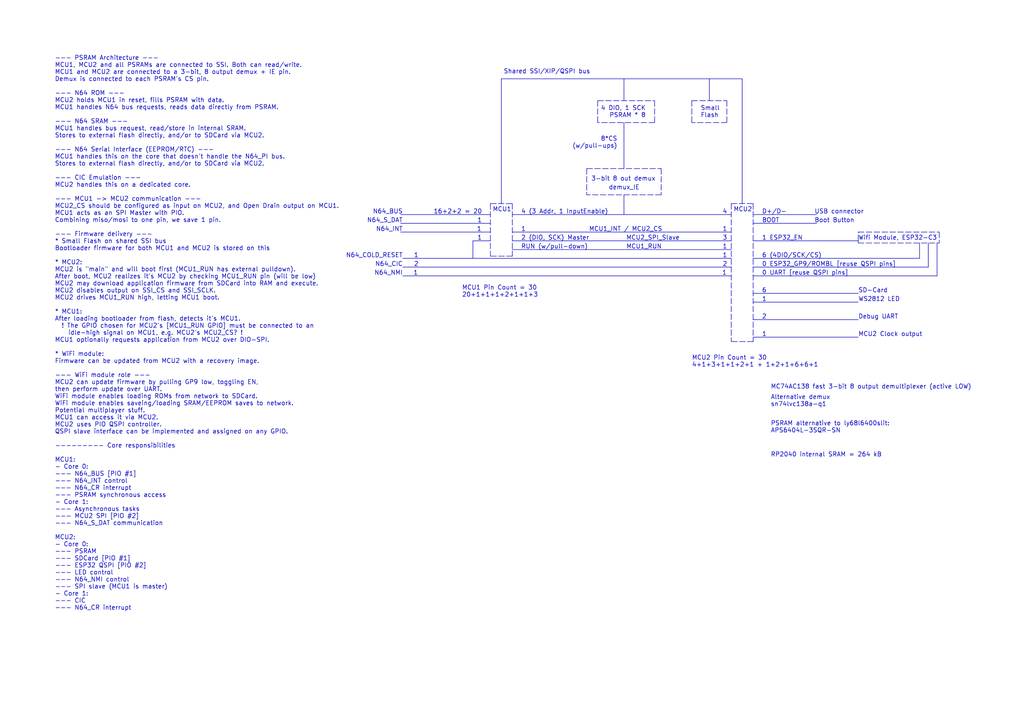
<source format=kicad_sch>
(kicad_sch (version 20211123) (generator eeschema)
  (paper "A4")
  (lib_symbols)
  (polyline (pts (xy 218.44 80.01) (xy 271.78 80.01)) (stroke (width 0) (type solid)))
  (polyline (pts (xy 116.205 62.23) (xy 142.24 62.23)) (stroke (width 0) (type solid)))
  (polyline (pts (xy 218.44 69.85) (xy 248.92 69.85)) (stroke (width 0) (type solid)))
  (polyline (pts (xy 142.24 59.055) (xy 142.24 74.295)))
  (polyline (pts (xy 218.44 74.93) (xy 266.7 74.93)) (stroke (width 0) (type solid)))
  (polyline (pts (xy 248.92 67.31) (xy 272.415 67.31)))
  (polyline (pts (xy 116.84 80.01) (xy 212.09 80.01)) (stroke (width 0) (type solid)))
  (polyline (pts (xy 248.92 70.485) (xy 272.415 70.485)))
  (polyline (pts (xy 218.44 92.71) (xy 248.92 92.71)) (stroke (width 0) (type solid)))
  (polyline (pts (xy 189.865 29.21) (xy 189.865 35.56)))
  (polyline (pts (xy 215.265 59.055) (xy 215.265 22.86)) (stroke (width 0) (type solid)))
  (polyline (pts (xy 148.59 69.85) (xy 212.09 69.85)) (stroke (width 0) (type solid)))
  (polyline (pts (xy 148.59 67.31) (xy 212.09 67.31)) (stroke (width 0) (type solid)))
  (polyline (pts (xy 269.24 77.47) (xy 269.24 70.485)) (stroke (width 0) (type solid)))
  (polyline (pts (xy 137.16 69.85) (xy 142.24 69.85)) (stroke (width 0) (type solid)))
  (polyline (pts (xy 266.7 74.93) (xy 266.7 70.485)) (stroke (width 0) (type solid)))
  (polyline (pts (xy 148.59 74.295) (xy 142.24 74.295)))
  (polyline (pts (xy 200.66 29.21) (xy 210.82 29.21)))
  (polyline (pts (xy 170.18 48.895) (xy 191.77 48.895)))
  (polyline (pts (xy 248.92 69.85) (xy 248.92 70.485)))
  (polyline (pts (xy 142.24 59.055) (xy 148.59 59.055)))
  (polyline (pts (xy 272.415 67.31) (xy 272.415 70.485)))
  (polyline (pts (xy 218.44 62.23) (xy 236.855 62.23)) (stroke (width 0) (type solid)))
  (polyline (pts (xy 200.66 29.21) (xy 200.66 35.56)))
  (polyline (pts (xy 116.205 67.31) (xy 142.24 67.31)) (stroke (width 0) (type solid)))
  (polyline (pts (xy 180.975 48.895) (xy 180.975 35.56)) (stroke (width 0) (type solid)))
  (polyline (pts (xy 212.09 59.055) (xy 218.44 59.055)))
  (polyline (pts (xy 180.975 62.23) (xy 180.975 56.515)) (stroke (width 0) (type solid)))
  (polyline (pts (xy 212.09 59.055) (xy 212.09 99.06)))
  (polyline (pts (xy 218.44 99.06) (xy 212.09 99.06)))
  (polyline (pts (xy 218.44 64.77) (xy 236.855 64.77)) (stroke (width 0) (type solid)))
  (polyline (pts (xy 148.59 59.055) (xy 148.59 74.295)))
  (polyline (pts (xy 218.44 87.63) (xy 248.92 87.63)) (stroke (width 0) (type solid)))
  (polyline (pts (xy 173.355 29.21) (xy 173.355 35.56)))
  (polyline (pts (xy 218.44 77.47) (xy 269.24 77.47)) (stroke (width 0) (type solid)))
  (polyline (pts (xy 218.44 85.09) (xy 248.92 85.09)) (stroke (width 0) (type solid)))
  (polyline (pts (xy 180.975 29.21) (xy 180.975 22.86)) (stroke (width 0) (type solid)))
  (polyline (pts (xy 116.84 74.93) (xy 212.09 74.93)) (stroke (width 0) (type solid)))
  (polyline (pts (xy 205.74 29.21) (xy 205.74 22.86)) (stroke (width 0) (type solid)))
  (polyline (pts (xy 218.44 59.055) (xy 218.44 99.06)))
  (polyline (pts (xy 116.84 77.47) (xy 212.09 77.47)) (stroke (width 0) (type solid)))
  (polyline (pts (xy 170.18 48.895) (xy 170.18 56.515)))
  (polyline (pts (xy 145.415 59.055) (xy 145.415 22.86)) (stroke (width 0) (type solid)))
  (polyline (pts (xy 210.82 35.56) (xy 200.66 35.56)))
  (polyline (pts (xy 191.77 56.515) (xy 170.18 56.515)))
  (polyline (pts (xy 173.355 29.21) (xy 189.865 29.21)))
  (polyline (pts (xy 210.82 29.21) (xy 210.82 35.56)))
  (polyline (pts (xy 218.44 97.79) (xy 248.92 97.79)) (stroke (width 0) (type solid)))
  (polyline (pts (xy 191.77 48.895) (xy 191.77 56.515)))
  (polyline (pts (xy 116.205 64.77) (xy 142.24 64.77)) (stroke (width 0) (type solid)))
  (polyline (pts (xy 248.92 69.85) (xy 248.92 67.31)))
  (polyline (pts (xy 148.59 72.39) (xy 212.09 72.39)) (stroke (width 0) (type solid)))
  (polyline (pts (xy 189.865 35.56) (xy 173.355 35.56)))
  (polyline (pts (xy 271.78 80.01) (xy 271.78 70.485)) (stroke (width 0) (type solid)))
  (polyline (pts (xy 145.415 22.86) (xy 215.265 22.86)) (stroke (width 0) (type solid)))
  (polyline (pts (xy 148.59 62.23) (xy 212.09 62.23)) (stroke (width 0) (type solid)))
  (polyline (pts (xy 137.16 74.93) (xy 137.16 69.85)) (stroke (width 0) (type solid)))
  (text "MCU1_RUN" (at 181.61 72.39 0) (effects (font (size 1.27 1.27)) (justify left bottom)))
  (text "Alternative demux\nsn74lvc138a-q1" (at 223.52 118.11 0) (effects (font (size 1.27 1.27)) (justify left bottom)))
  (text "4 DIO, 1 SCK\nPSRAM * 8" (at 187.325 34.29 180) (effects (font (size 1.27 1.27)) (justify right bottom)))
  (text "16+2+2 = 20" (at 125.73 62.23 0) (effects (font (size 1.27 1.27)) (justify left bottom)))
  (text "1 ESP32_EN" (at 220.98 69.85 0) (effects (font (size 1.27 1.27)) (justify left bottom)))
  (text "0 UART [reuse QSPI pins]" (at 220.98 80.01 0) (effects (font (size 1.27 1.27)) (justify left bottom)))
  (text "1" (at 151.13 67.31 0) (effects (font (size 1.27 1.27)) (justify left bottom)))
  (text "PSRAM alternative to ly68l6400slit:\nAPS6404L-3SQR-SN" (at 223.52 125.73 0) (effects (font (size 1.27 1.27)) (justify left bottom)))
  (text "0 ESP32_GP9/ROMBL [reuse QSPI pins]" (at 220.98 77.47 0) (effects (font (size 1.27 1.27)) (justify left bottom)))
  (text "MCU1 Pin Count = 30\n20+1+1+1+2+1+1+3" (at 133.985 86.36 0) (effects (font (size 1.27 1.27)) (justify left bottom)))
  (text "2 (DIO, SCK) Master" (at 151.13 69.85 0) (effects (font (size 1.27 1.27)) (justify left bottom)))
  (text "Shared SSI/XIP/QSPI bus" (at 146.05 21.59 0) (effects (font (size 1.27 1.27)) (justify left bottom)))
  (text "MCU2 Clock output" (at 248.92 97.79 0) (effects (font (size 1.27 1.27)) (justify left bottom)))
  (text "Wifi Module, ESP32-C3" (at 248.92 69.85 0) (effects (font (size 1.27 1.27)) (justify left bottom)))
  (text "Boot Button" (at 236.22 64.77 0) (effects (font (size 1.27 1.27)) (justify left bottom)))
  (text "2" (at 220.98 92.71 0) (effects (font (size 1.27 1.27)) (justify left bottom)))
  (text "N64_COLD_RESET" (at 116.84 74.93 180) (effects (font (size 1.27 1.27)) (justify right bottom)))
  (text "1" (at 209.55 67.31 0) (effects (font (size 1.27 1.27)) (justify left bottom)))
  (text "WS2812 LED" (at 248.92 87.63 0) (effects (font (size 1.27 1.27)) (justify left bottom)))
  (text "BOOT" (at 220.98 64.77 0) (effects (font (size 1.27 1.27)) (justify left bottom)))
  (text "N64_NMI" (at 116.84 80.01 180) (effects (font (size 1.27 1.27)) (justify right bottom)))
  (text "MCU2" (at 212.725 61.595 0) (effects (font (size 1.27 1.27)) (justify left bottom)))
  (text "SD-Card" (at 248.92 85.09 0) (effects (font (size 1.27 1.27)) (justify left bottom)))
  (text "1" (at 121.285 80.01 180) (effects (font (size 1.27 1.27)) (justify right bottom)))
  (text "4" (at 209.55 62.23 0) (effects (font (size 1.27 1.27)) (justify left bottom)))
  (text "USB connector" (at 236.22 62.23 0) (effects (font (size 1.27 1.27)) (justify left bottom)))
  (text "3-bit 8 out demux" (at 171.45 52.705 0) (effects (font (size 1.27 1.27)) (justify left bottom)))
  (text "RP2040 internal SRAM = 264 kB" (at 223.52 132.715 0) (effects (font (size 1.27 1.27)) (justify left bottom)))
  (text "2" (at 120.015 77.47 0) (effects (font (size 1.27 1.27)) (justify left bottom)))
  (text "1" (at 138.43 69.85 0) (effects (font (size 1.27 1.27)) (justify left bottom)))
  (text "1" (at 120.015 74.93 0) (effects (font (size 1.27 1.27)) (justify left bottom)))
  (text "8*CS\n(w/pull-ups)" (at 179.07 43.18 180) (effects (font (size 1.27 1.27)) (justify right bottom)))
  (text "N64_BUS" (at 116.84 62.23 180) (effects (font (size 1.27 1.27)) (justify right bottom)))
  (text "1" (at 220.98 97.79 0) (effects (font (size 1.27 1.27)) (justify left bottom)))
  (text "Small\nFlash" (at 203.2 34.29 0) (effects (font (size 1.27 1.27)) (justify left bottom)))
  (text "1" (at 139.7 67.31 180) (effects (font (size 1.27 1.27)) (justify right bottom)))
  (text "RUN (w/pull-down)" (at 151.13 72.39 0) (effects (font (size 1.27 1.27)) (justify left bottom)))
  (text "demux_IE" (at 176.53 55.245 0) (effects (font (size 1.27 1.27)) (justify left bottom)))
  (text "--- PSRAM Architecture ---\nMCU1, MCU2 and all PSRAMs are connected to SSI. Both can read/write.\nMCU1 and MCU2 are connected to a 3-bit, 8 output demux + IE pin.\nDemux is connected to each PSRAM's CS pin.\n\n--- N64 ROM ---\nMCU2 holds MCU1 in reset, fills PSRAM with data.\nMCU1 handles N64 bus requests, reads data directly from PSRAM.\n\n--- N64 SRAM ---\nMCU1 handles bus request, read/store in internal SRAM.\nStores to external flash directly, and/or to SDCard via MCU2.\n\n--- N64 Serial Interface (EEPROM/RTC) ---\nMCU1 handles this on the core that doesn't handle the N64_PI bus.\nStores to external flash directly, and/or to SDCard via MCU2.\n\n--- CIC Emulation ---\nMCU2 handles this on a dedicated core.\n\n--- MCU1 -> MCU2 communication ---\nMCU2_CS should be configured as input on MCU2, and Open Drain output on MCU1.\nMCU1 acts as an SPI Master with PIO.\nCombining miso/mosi to one pin, we save 1 pin.\n\n--- Firmware delivery ---\n* Small Flash on shared SSI bus\nBootloader firmware for both MCU1 and MCU2 is stored on this\n\n* MCU2:\nMCU2 is \"main\" and will boot first (MCU1_RUN has external pulldown).\nAfter boot, MCU2 realizes it's MCU2 by checking MCU1_RUN pin (will be low)\nMCU2 may download application firmware from SDCard into RAM and execute.\nMCU2 disables output on SSI_CS and SSI_SCLK.\nMCU2 drives MCU1_RUN high, letting MCU1 boot.\n\n* MCU1:\nAfter loading bootloader from flash, detects it's MCU1.\n  ! The GPIO chosen for MCU2's [MCU1_RUN GPIO] must be connected to an\n    idle-high signal on MCU1, e.g. MCU2's MCU2_CS? !\nMCU1 optionally requests application from MCU2 over DIO-SPI.\n\n* WiFi module:\nFirmware can be updated from MCU2 with a recovery image.\n\n--- WiFi module role ---\nMCU2 can update firmware by pulling GP9 low, toggling EN,\nthen perform update over UART.\nWiFi module enables loading ROMs from network to SDCard.\nWiFi module enables saveing/loading SRAM/EEPROM saves to network.\nPotential multiplayer stuff.\nMCU1 can access it via MCU2.\nMCU2 uses PIO QSPI controller.\nQSPI slave interface can be implemented and assigned on any GPIO.\n\n--------- Core responsibilities\n\nMCU1:\n- Core 0:\n--- N64_BUS [PIO #1]\n--- N64_INT control\n--- N64_CR interrupt\n--- PSRAM synchronous access\n- Core 1:\n--- Asynchronous tasks\n--- MCU2 SPI [PIO #2]\n--- N64_S_DAT communication\n\nMCU2:\n- Core 0:\n--- PSRAM\n--- SDCard [PIO #1]\n--- ESP32 QSPI [PIO #2]\n--- LED control\n--- N64_NMI control\n--- SPI slave (MCU1 is master)\n- Core 1:\n--- CIC\n--- N64_CR interrupt\n" (at 15.875 177.165 0) (effects (font (size 1.27 1.27)) (justify left bottom)))
  (text "D+/D-" (at 220.98 62.23 0) (effects (font (size 1.27 1.27)) (justify left bottom)))
  (text "N64_INT" (at 116.84 67.31 180) (effects (font (size 1.27 1.27)) (justify right bottom)))
  (text "MCU2 Pin Count = 30\n4+1+3+1+1+2+1 + 1+2+1+6+6+1" (at 200.66 106.68 0) (effects (font (size 1.27 1.27)) (justify left bottom)))
  (text "1" (at 209.55 72.39 0) (effects (font (size 1.27 1.27)) (justify left bottom)))
  (text "MC74AC138 fast 3-bit 8 output demultiplexer (active LOW)" (at 223.52 113.03 0) (effects (font (size 1.27 1.27)) (justify left bottom)))
  (text "MCU2_SPI_Slave" (at 181.61 69.85 0) (effects (font (size 1.27 1.27)) (justify left bottom)))
  (text "6" (at 220.98 85.09 0) (effects (font (size 1.27 1.27)) (justify left bottom)))
  (text "3" (at 209.55 69.85 0) (effects (font (size 1.27 1.27)) (justify left bottom)))
  (text "1" (at 138.43 64.77 0) (effects (font (size 1.27 1.27)) (justify left bottom)))
  (text "MCU1" (at 142.875 61.595 0) (effects (font (size 1.27 1.27)) (justify left bottom)))
  (text "MCU1_INT / MCU2_CS" (at 170.815 67.31 0) (effects (font (size 1.27 1.27)) (justify left bottom)))
  (text "6 (4DIO/SCK/CS)" (at 220.98 74.93 0) (effects (font (size 1.27 1.27)) (justify left bottom)))
  (text "Debug UART" (at 248.92 92.71 0) (effects (font (size 1.27 1.27)) (justify left bottom)))
  (text "4 (3 Addr, 1 InputEnable)" (at 151.13 62.23 0) (effects (font (size 1.27 1.27)) (justify left bottom)))
  (text "N64_S_DAT" (at 116.84 64.77 180) (effects (font (size 1.27 1.27)) (justify right bottom)))
  (text "1" (at 220.98 87.63 0) (effects (font (size 1.27 1.27)) (justify left bottom)))
  (text "N64_CIC" (at 116.84 77.47 180) (effects (font (size 1.27 1.27)) (justify right bottom)))
  (text "1" (at 210.82 80.01 180) (effects (font (size 1.27 1.27)) (justify right bottom)))
  (text "2" (at 209.55 77.47 0) (effects (font (size 1.27 1.27)) (justify left bottom)))
  (text "1" (at 209.55 74.93 0) (effects (font (size 1.27 1.27)) (justify left bottom)))
)
</source>
